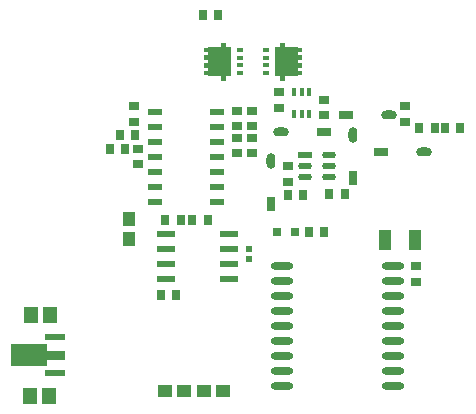
<source format=gtp>
G04*
G04 #@! TF.GenerationSoftware,Altium Limited,Altium Designer,23.4.1 (23)*
G04*
G04 Layer_Color=8421504*
%FSLAX44Y44*%
%MOMM*%
G71*
G04*
G04 #@! TF.SameCoordinates,1A97636D-EE55-4475-9E38-B8671C0F235C*
G04*
G04*
G04 #@! TF.FilePolarity,Positive*
G04*
G01*
G75*
%ADD16R,0.8500X0.7500*%
%ADD17R,0.7000X0.8500*%
%ADD18R,0.7500X0.8500*%
G04:AMPARAMS|DCode=19|XSize=0.55mm|YSize=1.25mm|CornerRadius=0.0495mm|HoleSize=0mm|Usage=FLASHONLY|Rotation=270.000|XOffset=0mm|YOffset=0mm|HoleType=Round|Shape=RoundedRectangle|*
%AMROUNDEDRECTD19*
21,1,0.5500,1.1510,0,0,270.0*
21,1,0.4510,1.2500,0,0,270.0*
1,1,0.0990,-0.5755,-0.2255*
1,1,0.0990,-0.5755,0.2255*
1,1,0.0990,0.5755,0.2255*
1,1,0.0990,0.5755,-0.2255*
%
%ADD19ROUNDEDRECTD19*%
%ADD20R,0.8500X0.7000*%
G04:AMPARAMS|DCode=21|XSize=1.3082mm|YSize=0.7621mm|CornerRadius=0.3811mm|HoleSize=0mm|Usage=FLASHONLY|Rotation=180.000|XOffset=0mm|YOffset=0mm|HoleType=Round|Shape=RoundedRectangle|*
%AMROUNDEDRECTD21*
21,1,1.3082,0.0000,0,0,180.0*
21,1,0.5461,0.7621,0,0,180.0*
1,1,0.7621,-0.2730,0.0000*
1,1,0.7621,0.2730,0.0000*
1,1,0.7621,0.2730,0.0000*
1,1,0.7621,-0.2730,0.0000*
%
%ADD21ROUNDEDRECTD21*%
%ADD22R,1.3082X0.7621*%
G04:AMPARAMS|DCode=23|XSize=1.3082mm|YSize=0.7621mm|CornerRadius=0.3811mm|HoleSize=0mm|Usage=FLASHONLY|Rotation=90.000|XOffset=0mm|YOffset=0mm|HoleType=Round|Shape=RoundedRectangle|*
%AMROUNDEDRECTD23*
21,1,1.3082,0.0000,0,0,90.0*
21,1,0.5461,0.7621,0,0,90.0*
1,1,0.7621,0.0000,0.2730*
1,1,0.7621,0.0000,-0.2730*
1,1,0.7621,0.0000,-0.2730*
1,1,0.7621,0.0000,0.2730*
%
%ADD23ROUNDEDRECTD23*%
%ADD24R,0.7621X1.3082*%
%ADD25C,1.7397*%
%ADD26R,1.7300X0.5800*%
%ADD27R,1.3046X1.4562*%
%ADD28R,1.5500X0.6000*%
G04:AMPARAMS|DCode=29|XSize=1.2052mm|YSize=0.5298mm|CornerRadius=0.2649mm|HoleSize=0mm|Usage=FLASHONLY|Rotation=0.000|XOffset=0mm|YOffset=0mm|HoleType=Round|Shape=RoundedRectangle|*
%AMROUNDEDRECTD29*
21,1,1.2052,0.0000,0,0,0.0*
21,1,0.6754,0.5298,0,0,0.0*
1,1,0.5298,0.3377,0.0000*
1,1,0.5298,-0.3377,0.0000*
1,1,0.5298,-0.3377,0.0000*
1,1,0.5298,0.3377,0.0000*
%
%ADD29ROUNDEDRECTD29*%
%ADD30R,1.2052X0.5298*%
%ADD31C,1.7685*%
%ADD32R,0.5000X0.3500*%
%ADD33R,1.0500X1.1500*%
%ADD34R,0.4000X0.8000*%
G04:AMPARAMS|DCode=35|XSize=1.9mm|YSize=0.6mm|CornerRadius=0.3mm|HoleSize=0mm|Usage=FLASHONLY|Rotation=0.000|XOffset=0mm|YOffset=0mm|HoleType=Round|Shape=RoundedRectangle|*
%AMROUNDEDRECTD35*
21,1,1.9000,0.0000,0,0,0.0*
21,1,1.3000,0.6000,0,0,0.0*
1,1,0.6000,0.6500,0.0000*
1,1,0.6000,-0.6500,0.0000*
1,1,0.6000,-0.6500,0.0000*
1,1,0.6000,0.6500,0.0000*
%
%ADD35ROUNDEDRECTD35*%
%ADD36R,0.5200X0.5200*%
%ADD37R,0.8000X0.8000*%
%ADD38R,1.1000X1.7000*%
%ADD39R,1.2084X1.0121*%
G36*
X504494Y466050D02*
X519494D01*
Y458450D01*
X504494D01*
Y452585D01*
X474194D01*
Y471915D01*
X504494D01*
Y466050D01*
D02*
G37*
G36*
X656170Y722980D02*
X660320D01*
Y698480D01*
X656170D01*
Y694680D01*
X651870D01*
Y698480D01*
X640520D01*
Y698980D01*
X637520D01*
Y702980D01*
X640520D01*
Y705480D01*
X637520D01*
Y709480D01*
X640520D01*
Y711980D01*
X637520D01*
Y715980D01*
X640520D01*
Y718480D01*
X637520D01*
Y722480D01*
X640520D01*
Y722980D01*
X651870D01*
Y726780D01*
X656170D01*
Y722980D01*
D02*
G37*
G36*
X705760D02*
X717110D01*
Y722480D01*
X720110D01*
Y718480D01*
X717110D01*
Y715980D01*
X720110D01*
Y711980D01*
X717110D01*
Y709480D01*
X720110D01*
Y705480D01*
X717110D01*
Y702980D01*
X720110D01*
Y698980D01*
X717110D01*
Y698480D01*
X705760D01*
Y694680D01*
X701460D01*
Y698480D01*
X697310D01*
Y722980D01*
X701460D01*
Y726780D01*
X705760D01*
Y722980D01*
D02*
G37*
D16*
X807661Y672750D02*
D03*
Y659750D02*
D03*
X581250Y636750D02*
D03*
Y623750D02*
D03*
X665566Y656000D02*
D03*
Y669000D02*
D03*
Y633000D02*
D03*
Y646000D02*
D03*
X677566Y633000D02*
D03*
Y646000D02*
D03*
X578000Y672750D02*
D03*
Y659750D02*
D03*
X708500Y622000D02*
D03*
Y609000D02*
D03*
X701000Y684750D02*
D03*
Y671750D02*
D03*
X816500Y537500D02*
D03*
Y524500D02*
D03*
D17*
X648750Y750500D02*
D03*
X636250D02*
D03*
X726250Y566750D02*
D03*
X738750D02*
D03*
D18*
X756500Y599000D02*
D03*
X743500D02*
D03*
X617500Y577000D02*
D03*
X604500D02*
D03*
X579000Y648750D02*
D03*
X566000D02*
D03*
X627500Y577000D02*
D03*
X640500D02*
D03*
X557500Y637000D02*
D03*
X570500D02*
D03*
X721500Y598000D02*
D03*
X708500D02*
D03*
X841250Y654500D02*
D03*
X854250D02*
D03*
X614000Y513500D02*
D03*
X601000D02*
D03*
X819500Y654500D02*
D03*
X832500D02*
D03*
D19*
X648500Y592150D02*
D03*
Y604850D02*
D03*
Y617550D02*
D03*
Y630250D02*
D03*
Y642950D02*
D03*
Y655650D02*
D03*
Y668350D02*
D03*
X596000Y592150D02*
D03*
Y604850D02*
D03*
Y617550D02*
D03*
Y630250D02*
D03*
Y642950D02*
D03*
Y655650D02*
D03*
Y668350D02*
D03*
D20*
X677566Y656250D02*
D03*
Y668750D02*
D03*
X738750Y678000D02*
D03*
Y665500D02*
D03*
D21*
X702500Y650750D02*
D03*
X794250Y665750D02*
D03*
X823250Y634500D02*
D03*
D22*
X739000Y650750D02*
D03*
X757750Y665750D02*
D03*
X786750Y634500D02*
D03*
D23*
X763500Y649000D02*
D03*
X694250Y626500D02*
D03*
D24*
X763500Y612500D02*
D03*
X694250Y590000D02*
D03*
D25*
X493035Y462250D02*
D03*
D26*
X510844Y477250D02*
D03*
Y447250D02*
D03*
D27*
X490227Y428000D02*
D03*
X506343D02*
D03*
X490477Y496500D02*
D03*
X506592D02*
D03*
D28*
X658750Y526700D02*
D03*
Y539400D02*
D03*
Y552100D02*
D03*
Y564800D02*
D03*
X604750Y526700D02*
D03*
Y539400D02*
D03*
Y552100D02*
D03*
Y564800D02*
D03*
D29*
X743505Y631750D02*
D03*
Y622250D02*
D03*
Y612750D02*
D03*
X722495D02*
D03*
Y622250D02*
D03*
D30*
Y631750D02*
D03*
D31*
X650345Y710355D02*
D03*
X707285Y711105D02*
D03*
D32*
X668020Y700980D02*
D03*
Y707480D02*
D03*
Y713980D02*
D03*
Y720480D02*
D03*
X689610D02*
D03*
Y713980D02*
D03*
Y707480D02*
D03*
Y700980D02*
D03*
D33*
X574040Y577460D02*
D03*
Y560460D02*
D03*
D34*
X713500Y685000D02*
D03*
X720000D02*
D03*
X726500D02*
D03*
Y666000D02*
D03*
X720000D02*
D03*
X713500D02*
D03*
D35*
X797525Y537330D02*
D03*
Y524630D02*
D03*
Y511930D02*
D03*
Y499230D02*
D03*
Y486530D02*
D03*
Y473830D02*
D03*
Y461130D02*
D03*
Y448430D02*
D03*
Y435730D02*
D03*
X703525D02*
D03*
Y448430D02*
D03*
Y461130D02*
D03*
Y473830D02*
D03*
Y486530D02*
D03*
Y499230D02*
D03*
Y511930D02*
D03*
Y524630D02*
D03*
Y537330D02*
D03*
D36*
X675250Y544000D02*
D03*
Y552000D02*
D03*
D37*
X714500Y566750D02*
D03*
X699500D02*
D03*
D38*
X790250Y559750D02*
D03*
X816250D02*
D03*
D39*
X653418Y431515D02*
D03*
X637380D02*
D03*
X603962D02*
D03*
X619999D02*
D03*
M02*

</source>
